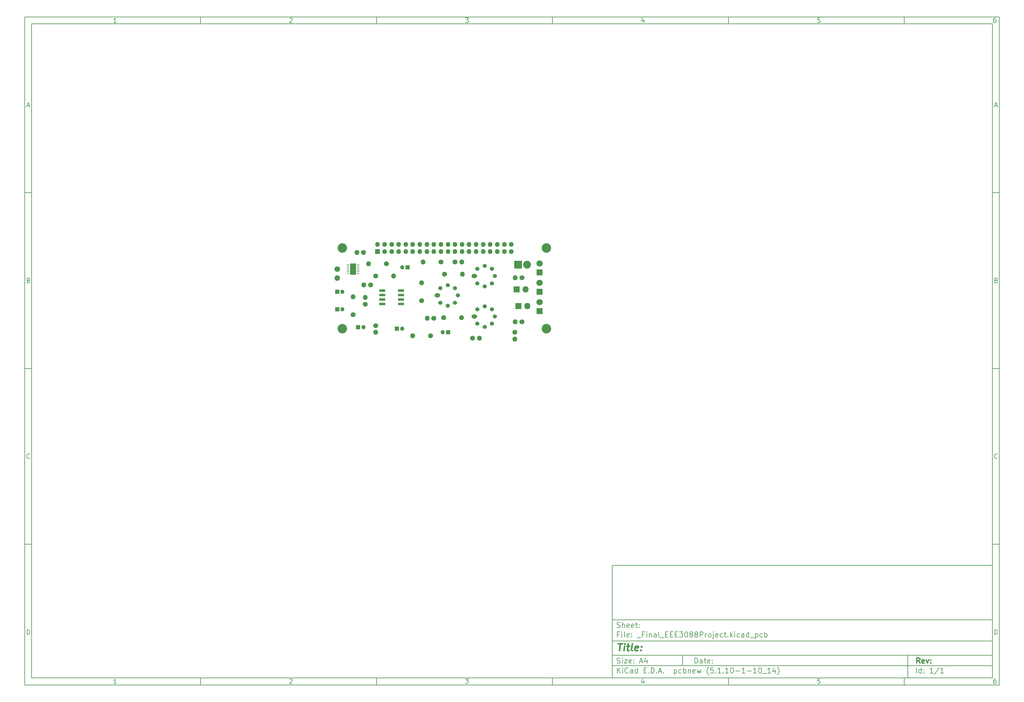
<source format=gbr>
%TF.GenerationSoftware,KiCad,Pcbnew,(5.1.10-1-10_14)*%
%TF.CreationDate,2021-06-17T20:45:02+02:00*%
%TF.ProjectId,_Final_EEE3088Project,5f46696e-616c-45f4-9545-453330383850,rev?*%
%TF.SameCoordinates,Original*%
%TF.FileFunction,Soldermask,Top*%
%TF.FilePolarity,Negative*%
%FSLAX46Y46*%
G04 Gerber Fmt 4.6, Leading zero omitted, Abs format (unit mm)*
G04 Created by KiCad (PCBNEW (5.1.10-1-10_14)) date 2021-06-17 20:45:02*
%MOMM*%
%LPD*%
G01*
G04 APERTURE LIST*
%ADD10C,0.100000*%
%ADD11C,0.150000*%
%ADD12C,0.300000*%
%ADD13C,0.400000*%
%ADD14O,1.400000X1.400000*%
%ADD15C,1.400000*%
%ADD16R,0.700000X0.250000*%
%ADD17R,1.700000X3.300000*%
%ADD18C,1.200000*%
%ADD19R,1.200000X1.200000*%
%ADD20R,2.240000X2.240000*%
%ADD21O,2.240000X2.240000*%
%ADD22R,1.800000X1.800000*%
%ADD23O,1.800000X1.800000*%
%ADD24C,2.700000*%
%ADD25R,1.350000X1.350000*%
%ADD26O,1.350000X1.350000*%
%ADD27C,1.600000*%
%ADD28O,1.600000X1.600000*%
%ADD29C,1.800000*%
%ADD30O,1.600000X1.200000*%
%ADD31O,1.200000X1.200000*%
%ADD32R,1.800000X0.800000*%
G04 APERTURE END LIST*
D10*
D11*
X177002200Y-166007200D02*
X177002200Y-198007200D01*
X285002200Y-198007200D01*
X285002200Y-166007200D01*
X177002200Y-166007200D01*
D10*
D11*
X10000000Y-10000000D02*
X10000000Y-200007200D01*
X287002200Y-200007200D01*
X287002200Y-10000000D01*
X10000000Y-10000000D01*
D10*
D11*
X12000000Y-12000000D02*
X12000000Y-198007200D01*
X285002200Y-198007200D01*
X285002200Y-12000000D01*
X12000000Y-12000000D01*
D10*
D11*
X60000000Y-12000000D02*
X60000000Y-10000000D01*
D10*
D11*
X110000000Y-12000000D02*
X110000000Y-10000000D01*
D10*
D11*
X160000000Y-12000000D02*
X160000000Y-10000000D01*
D10*
D11*
X210000000Y-12000000D02*
X210000000Y-10000000D01*
D10*
D11*
X260000000Y-12000000D02*
X260000000Y-10000000D01*
D10*
D11*
X36065476Y-11588095D02*
X35322619Y-11588095D01*
X35694047Y-11588095D02*
X35694047Y-10288095D01*
X35570238Y-10473809D01*
X35446428Y-10597619D01*
X35322619Y-10659523D01*
D10*
D11*
X85322619Y-10411904D02*
X85384523Y-10350000D01*
X85508333Y-10288095D01*
X85817857Y-10288095D01*
X85941666Y-10350000D01*
X86003571Y-10411904D01*
X86065476Y-10535714D01*
X86065476Y-10659523D01*
X86003571Y-10845238D01*
X85260714Y-11588095D01*
X86065476Y-11588095D01*
D10*
D11*
X135260714Y-10288095D02*
X136065476Y-10288095D01*
X135632142Y-10783333D01*
X135817857Y-10783333D01*
X135941666Y-10845238D01*
X136003571Y-10907142D01*
X136065476Y-11030952D01*
X136065476Y-11340476D01*
X136003571Y-11464285D01*
X135941666Y-11526190D01*
X135817857Y-11588095D01*
X135446428Y-11588095D01*
X135322619Y-11526190D01*
X135260714Y-11464285D01*
D10*
D11*
X185941666Y-10721428D02*
X185941666Y-11588095D01*
X185632142Y-10226190D02*
X185322619Y-11154761D01*
X186127380Y-11154761D01*
D10*
D11*
X236003571Y-10288095D02*
X235384523Y-10288095D01*
X235322619Y-10907142D01*
X235384523Y-10845238D01*
X235508333Y-10783333D01*
X235817857Y-10783333D01*
X235941666Y-10845238D01*
X236003571Y-10907142D01*
X236065476Y-11030952D01*
X236065476Y-11340476D01*
X236003571Y-11464285D01*
X235941666Y-11526190D01*
X235817857Y-11588095D01*
X235508333Y-11588095D01*
X235384523Y-11526190D01*
X235322619Y-11464285D01*
D10*
D11*
X285941666Y-10288095D02*
X285694047Y-10288095D01*
X285570238Y-10350000D01*
X285508333Y-10411904D01*
X285384523Y-10597619D01*
X285322619Y-10845238D01*
X285322619Y-11340476D01*
X285384523Y-11464285D01*
X285446428Y-11526190D01*
X285570238Y-11588095D01*
X285817857Y-11588095D01*
X285941666Y-11526190D01*
X286003571Y-11464285D01*
X286065476Y-11340476D01*
X286065476Y-11030952D01*
X286003571Y-10907142D01*
X285941666Y-10845238D01*
X285817857Y-10783333D01*
X285570238Y-10783333D01*
X285446428Y-10845238D01*
X285384523Y-10907142D01*
X285322619Y-11030952D01*
D10*
D11*
X60000000Y-198007200D02*
X60000000Y-200007200D01*
D10*
D11*
X110000000Y-198007200D02*
X110000000Y-200007200D01*
D10*
D11*
X160000000Y-198007200D02*
X160000000Y-200007200D01*
D10*
D11*
X210000000Y-198007200D02*
X210000000Y-200007200D01*
D10*
D11*
X260000000Y-198007200D02*
X260000000Y-200007200D01*
D10*
D11*
X36065476Y-199595295D02*
X35322619Y-199595295D01*
X35694047Y-199595295D02*
X35694047Y-198295295D01*
X35570238Y-198481009D01*
X35446428Y-198604819D01*
X35322619Y-198666723D01*
D10*
D11*
X85322619Y-198419104D02*
X85384523Y-198357200D01*
X85508333Y-198295295D01*
X85817857Y-198295295D01*
X85941666Y-198357200D01*
X86003571Y-198419104D01*
X86065476Y-198542914D01*
X86065476Y-198666723D01*
X86003571Y-198852438D01*
X85260714Y-199595295D01*
X86065476Y-199595295D01*
D10*
D11*
X135260714Y-198295295D02*
X136065476Y-198295295D01*
X135632142Y-198790533D01*
X135817857Y-198790533D01*
X135941666Y-198852438D01*
X136003571Y-198914342D01*
X136065476Y-199038152D01*
X136065476Y-199347676D01*
X136003571Y-199471485D01*
X135941666Y-199533390D01*
X135817857Y-199595295D01*
X135446428Y-199595295D01*
X135322619Y-199533390D01*
X135260714Y-199471485D01*
D10*
D11*
X185941666Y-198728628D02*
X185941666Y-199595295D01*
X185632142Y-198233390D02*
X185322619Y-199161961D01*
X186127380Y-199161961D01*
D10*
D11*
X236003571Y-198295295D02*
X235384523Y-198295295D01*
X235322619Y-198914342D01*
X235384523Y-198852438D01*
X235508333Y-198790533D01*
X235817857Y-198790533D01*
X235941666Y-198852438D01*
X236003571Y-198914342D01*
X236065476Y-199038152D01*
X236065476Y-199347676D01*
X236003571Y-199471485D01*
X235941666Y-199533390D01*
X235817857Y-199595295D01*
X235508333Y-199595295D01*
X235384523Y-199533390D01*
X235322619Y-199471485D01*
D10*
D11*
X285941666Y-198295295D02*
X285694047Y-198295295D01*
X285570238Y-198357200D01*
X285508333Y-198419104D01*
X285384523Y-198604819D01*
X285322619Y-198852438D01*
X285322619Y-199347676D01*
X285384523Y-199471485D01*
X285446428Y-199533390D01*
X285570238Y-199595295D01*
X285817857Y-199595295D01*
X285941666Y-199533390D01*
X286003571Y-199471485D01*
X286065476Y-199347676D01*
X286065476Y-199038152D01*
X286003571Y-198914342D01*
X285941666Y-198852438D01*
X285817857Y-198790533D01*
X285570238Y-198790533D01*
X285446428Y-198852438D01*
X285384523Y-198914342D01*
X285322619Y-199038152D01*
D10*
D11*
X10000000Y-60000000D02*
X12000000Y-60000000D01*
D10*
D11*
X10000000Y-110000000D02*
X12000000Y-110000000D01*
D10*
D11*
X10000000Y-160000000D02*
X12000000Y-160000000D01*
D10*
D11*
X10690476Y-35216666D02*
X11309523Y-35216666D01*
X10566666Y-35588095D02*
X11000000Y-34288095D01*
X11433333Y-35588095D01*
D10*
D11*
X11092857Y-84907142D02*
X11278571Y-84969047D01*
X11340476Y-85030952D01*
X11402380Y-85154761D01*
X11402380Y-85340476D01*
X11340476Y-85464285D01*
X11278571Y-85526190D01*
X11154761Y-85588095D01*
X10659523Y-85588095D01*
X10659523Y-84288095D01*
X11092857Y-84288095D01*
X11216666Y-84350000D01*
X11278571Y-84411904D01*
X11340476Y-84535714D01*
X11340476Y-84659523D01*
X11278571Y-84783333D01*
X11216666Y-84845238D01*
X11092857Y-84907142D01*
X10659523Y-84907142D01*
D10*
D11*
X11402380Y-135464285D02*
X11340476Y-135526190D01*
X11154761Y-135588095D01*
X11030952Y-135588095D01*
X10845238Y-135526190D01*
X10721428Y-135402380D01*
X10659523Y-135278571D01*
X10597619Y-135030952D01*
X10597619Y-134845238D01*
X10659523Y-134597619D01*
X10721428Y-134473809D01*
X10845238Y-134350000D01*
X11030952Y-134288095D01*
X11154761Y-134288095D01*
X11340476Y-134350000D01*
X11402380Y-134411904D01*
D10*
D11*
X10659523Y-185588095D02*
X10659523Y-184288095D01*
X10969047Y-184288095D01*
X11154761Y-184350000D01*
X11278571Y-184473809D01*
X11340476Y-184597619D01*
X11402380Y-184845238D01*
X11402380Y-185030952D01*
X11340476Y-185278571D01*
X11278571Y-185402380D01*
X11154761Y-185526190D01*
X10969047Y-185588095D01*
X10659523Y-185588095D01*
D10*
D11*
X287002200Y-60000000D02*
X285002200Y-60000000D01*
D10*
D11*
X287002200Y-110000000D02*
X285002200Y-110000000D01*
D10*
D11*
X287002200Y-160000000D02*
X285002200Y-160000000D01*
D10*
D11*
X285692676Y-35216666D02*
X286311723Y-35216666D01*
X285568866Y-35588095D02*
X286002200Y-34288095D01*
X286435533Y-35588095D01*
D10*
D11*
X286095057Y-84907142D02*
X286280771Y-84969047D01*
X286342676Y-85030952D01*
X286404580Y-85154761D01*
X286404580Y-85340476D01*
X286342676Y-85464285D01*
X286280771Y-85526190D01*
X286156961Y-85588095D01*
X285661723Y-85588095D01*
X285661723Y-84288095D01*
X286095057Y-84288095D01*
X286218866Y-84350000D01*
X286280771Y-84411904D01*
X286342676Y-84535714D01*
X286342676Y-84659523D01*
X286280771Y-84783333D01*
X286218866Y-84845238D01*
X286095057Y-84907142D01*
X285661723Y-84907142D01*
D10*
D11*
X286404580Y-135464285D02*
X286342676Y-135526190D01*
X286156961Y-135588095D01*
X286033152Y-135588095D01*
X285847438Y-135526190D01*
X285723628Y-135402380D01*
X285661723Y-135278571D01*
X285599819Y-135030952D01*
X285599819Y-134845238D01*
X285661723Y-134597619D01*
X285723628Y-134473809D01*
X285847438Y-134350000D01*
X286033152Y-134288095D01*
X286156961Y-134288095D01*
X286342676Y-134350000D01*
X286404580Y-134411904D01*
D10*
D11*
X285661723Y-185588095D02*
X285661723Y-184288095D01*
X285971247Y-184288095D01*
X286156961Y-184350000D01*
X286280771Y-184473809D01*
X286342676Y-184597619D01*
X286404580Y-184845238D01*
X286404580Y-185030952D01*
X286342676Y-185278571D01*
X286280771Y-185402380D01*
X286156961Y-185526190D01*
X285971247Y-185588095D01*
X285661723Y-185588095D01*
D10*
D11*
X200434342Y-193785771D02*
X200434342Y-192285771D01*
X200791485Y-192285771D01*
X201005771Y-192357200D01*
X201148628Y-192500057D01*
X201220057Y-192642914D01*
X201291485Y-192928628D01*
X201291485Y-193142914D01*
X201220057Y-193428628D01*
X201148628Y-193571485D01*
X201005771Y-193714342D01*
X200791485Y-193785771D01*
X200434342Y-193785771D01*
X202577200Y-193785771D02*
X202577200Y-193000057D01*
X202505771Y-192857200D01*
X202362914Y-192785771D01*
X202077200Y-192785771D01*
X201934342Y-192857200D01*
X202577200Y-193714342D02*
X202434342Y-193785771D01*
X202077200Y-193785771D01*
X201934342Y-193714342D01*
X201862914Y-193571485D01*
X201862914Y-193428628D01*
X201934342Y-193285771D01*
X202077200Y-193214342D01*
X202434342Y-193214342D01*
X202577200Y-193142914D01*
X203077200Y-192785771D02*
X203648628Y-192785771D01*
X203291485Y-192285771D02*
X203291485Y-193571485D01*
X203362914Y-193714342D01*
X203505771Y-193785771D01*
X203648628Y-193785771D01*
X204720057Y-193714342D02*
X204577200Y-193785771D01*
X204291485Y-193785771D01*
X204148628Y-193714342D01*
X204077200Y-193571485D01*
X204077200Y-193000057D01*
X204148628Y-192857200D01*
X204291485Y-192785771D01*
X204577200Y-192785771D01*
X204720057Y-192857200D01*
X204791485Y-193000057D01*
X204791485Y-193142914D01*
X204077200Y-193285771D01*
X205434342Y-193642914D02*
X205505771Y-193714342D01*
X205434342Y-193785771D01*
X205362914Y-193714342D01*
X205434342Y-193642914D01*
X205434342Y-193785771D01*
X205434342Y-192857200D02*
X205505771Y-192928628D01*
X205434342Y-193000057D01*
X205362914Y-192928628D01*
X205434342Y-192857200D01*
X205434342Y-193000057D01*
D10*
D11*
X177002200Y-194507200D02*
X285002200Y-194507200D01*
D10*
D11*
X178434342Y-196585771D02*
X178434342Y-195085771D01*
X179291485Y-196585771D02*
X178648628Y-195728628D01*
X179291485Y-195085771D02*
X178434342Y-195942914D01*
X179934342Y-196585771D02*
X179934342Y-195585771D01*
X179934342Y-195085771D02*
X179862914Y-195157200D01*
X179934342Y-195228628D01*
X180005771Y-195157200D01*
X179934342Y-195085771D01*
X179934342Y-195228628D01*
X181505771Y-196442914D02*
X181434342Y-196514342D01*
X181220057Y-196585771D01*
X181077200Y-196585771D01*
X180862914Y-196514342D01*
X180720057Y-196371485D01*
X180648628Y-196228628D01*
X180577200Y-195942914D01*
X180577200Y-195728628D01*
X180648628Y-195442914D01*
X180720057Y-195300057D01*
X180862914Y-195157200D01*
X181077200Y-195085771D01*
X181220057Y-195085771D01*
X181434342Y-195157200D01*
X181505771Y-195228628D01*
X182791485Y-196585771D02*
X182791485Y-195800057D01*
X182720057Y-195657200D01*
X182577200Y-195585771D01*
X182291485Y-195585771D01*
X182148628Y-195657200D01*
X182791485Y-196514342D02*
X182648628Y-196585771D01*
X182291485Y-196585771D01*
X182148628Y-196514342D01*
X182077200Y-196371485D01*
X182077200Y-196228628D01*
X182148628Y-196085771D01*
X182291485Y-196014342D01*
X182648628Y-196014342D01*
X182791485Y-195942914D01*
X184148628Y-196585771D02*
X184148628Y-195085771D01*
X184148628Y-196514342D02*
X184005771Y-196585771D01*
X183720057Y-196585771D01*
X183577200Y-196514342D01*
X183505771Y-196442914D01*
X183434342Y-196300057D01*
X183434342Y-195871485D01*
X183505771Y-195728628D01*
X183577200Y-195657200D01*
X183720057Y-195585771D01*
X184005771Y-195585771D01*
X184148628Y-195657200D01*
X186005771Y-195800057D02*
X186505771Y-195800057D01*
X186720057Y-196585771D02*
X186005771Y-196585771D01*
X186005771Y-195085771D01*
X186720057Y-195085771D01*
X187362914Y-196442914D02*
X187434342Y-196514342D01*
X187362914Y-196585771D01*
X187291485Y-196514342D01*
X187362914Y-196442914D01*
X187362914Y-196585771D01*
X188077200Y-196585771D02*
X188077200Y-195085771D01*
X188434342Y-195085771D01*
X188648628Y-195157200D01*
X188791485Y-195300057D01*
X188862914Y-195442914D01*
X188934342Y-195728628D01*
X188934342Y-195942914D01*
X188862914Y-196228628D01*
X188791485Y-196371485D01*
X188648628Y-196514342D01*
X188434342Y-196585771D01*
X188077200Y-196585771D01*
X189577200Y-196442914D02*
X189648628Y-196514342D01*
X189577200Y-196585771D01*
X189505771Y-196514342D01*
X189577200Y-196442914D01*
X189577200Y-196585771D01*
X190220057Y-196157200D02*
X190934342Y-196157200D01*
X190077200Y-196585771D02*
X190577200Y-195085771D01*
X191077200Y-196585771D01*
X191577200Y-196442914D02*
X191648628Y-196514342D01*
X191577200Y-196585771D01*
X191505771Y-196514342D01*
X191577200Y-196442914D01*
X191577200Y-196585771D01*
X194577200Y-195585771D02*
X194577200Y-197085771D01*
X194577200Y-195657200D02*
X194720057Y-195585771D01*
X195005771Y-195585771D01*
X195148628Y-195657200D01*
X195220057Y-195728628D01*
X195291485Y-195871485D01*
X195291485Y-196300057D01*
X195220057Y-196442914D01*
X195148628Y-196514342D01*
X195005771Y-196585771D01*
X194720057Y-196585771D01*
X194577200Y-196514342D01*
X196577200Y-196514342D02*
X196434342Y-196585771D01*
X196148628Y-196585771D01*
X196005771Y-196514342D01*
X195934342Y-196442914D01*
X195862914Y-196300057D01*
X195862914Y-195871485D01*
X195934342Y-195728628D01*
X196005771Y-195657200D01*
X196148628Y-195585771D01*
X196434342Y-195585771D01*
X196577200Y-195657200D01*
X197220057Y-196585771D02*
X197220057Y-195085771D01*
X197220057Y-195657200D02*
X197362914Y-195585771D01*
X197648628Y-195585771D01*
X197791485Y-195657200D01*
X197862914Y-195728628D01*
X197934342Y-195871485D01*
X197934342Y-196300057D01*
X197862914Y-196442914D01*
X197791485Y-196514342D01*
X197648628Y-196585771D01*
X197362914Y-196585771D01*
X197220057Y-196514342D01*
X198577200Y-195585771D02*
X198577200Y-196585771D01*
X198577200Y-195728628D02*
X198648628Y-195657200D01*
X198791485Y-195585771D01*
X199005771Y-195585771D01*
X199148628Y-195657200D01*
X199220057Y-195800057D01*
X199220057Y-196585771D01*
X200505771Y-196514342D02*
X200362914Y-196585771D01*
X200077200Y-196585771D01*
X199934342Y-196514342D01*
X199862914Y-196371485D01*
X199862914Y-195800057D01*
X199934342Y-195657200D01*
X200077200Y-195585771D01*
X200362914Y-195585771D01*
X200505771Y-195657200D01*
X200577200Y-195800057D01*
X200577200Y-195942914D01*
X199862914Y-196085771D01*
X201077200Y-195585771D02*
X201362914Y-196585771D01*
X201648628Y-195871485D01*
X201934342Y-196585771D01*
X202220057Y-195585771D01*
X204362914Y-197157200D02*
X204291485Y-197085771D01*
X204148628Y-196871485D01*
X204077200Y-196728628D01*
X204005771Y-196514342D01*
X203934342Y-196157200D01*
X203934342Y-195871485D01*
X204005771Y-195514342D01*
X204077200Y-195300057D01*
X204148628Y-195157200D01*
X204291485Y-194942914D01*
X204362914Y-194871485D01*
X205648628Y-195085771D02*
X204934342Y-195085771D01*
X204862914Y-195800057D01*
X204934342Y-195728628D01*
X205077200Y-195657200D01*
X205434342Y-195657200D01*
X205577200Y-195728628D01*
X205648628Y-195800057D01*
X205720057Y-195942914D01*
X205720057Y-196300057D01*
X205648628Y-196442914D01*
X205577200Y-196514342D01*
X205434342Y-196585771D01*
X205077200Y-196585771D01*
X204934342Y-196514342D01*
X204862914Y-196442914D01*
X206362914Y-196442914D02*
X206434342Y-196514342D01*
X206362914Y-196585771D01*
X206291485Y-196514342D01*
X206362914Y-196442914D01*
X206362914Y-196585771D01*
X207862914Y-196585771D02*
X207005771Y-196585771D01*
X207434342Y-196585771D02*
X207434342Y-195085771D01*
X207291485Y-195300057D01*
X207148628Y-195442914D01*
X207005771Y-195514342D01*
X208505771Y-196442914D02*
X208577200Y-196514342D01*
X208505771Y-196585771D01*
X208434342Y-196514342D01*
X208505771Y-196442914D01*
X208505771Y-196585771D01*
X210005771Y-196585771D02*
X209148628Y-196585771D01*
X209577200Y-196585771D02*
X209577200Y-195085771D01*
X209434342Y-195300057D01*
X209291485Y-195442914D01*
X209148628Y-195514342D01*
X210934342Y-195085771D02*
X211077200Y-195085771D01*
X211220057Y-195157200D01*
X211291485Y-195228628D01*
X211362914Y-195371485D01*
X211434342Y-195657200D01*
X211434342Y-196014342D01*
X211362914Y-196300057D01*
X211291485Y-196442914D01*
X211220057Y-196514342D01*
X211077200Y-196585771D01*
X210934342Y-196585771D01*
X210791485Y-196514342D01*
X210720057Y-196442914D01*
X210648628Y-196300057D01*
X210577200Y-196014342D01*
X210577200Y-195657200D01*
X210648628Y-195371485D01*
X210720057Y-195228628D01*
X210791485Y-195157200D01*
X210934342Y-195085771D01*
X212077200Y-196014342D02*
X213220057Y-196014342D01*
X214720057Y-196585771D02*
X213862914Y-196585771D01*
X214291485Y-196585771D02*
X214291485Y-195085771D01*
X214148628Y-195300057D01*
X214005771Y-195442914D01*
X213862914Y-195514342D01*
X215362914Y-196014342D02*
X216505771Y-196014342D01*
X218005771Y-196585771D02*
X217148628Y-196585771D01*
X217577200Y-196585771D02*
X217577200Y-195085771D01*
X217434342Y-195300057D01*
X217291485Y-195442914D01*
X217148628Y-195514342D01*
X218934342Y-195085771D02*
X219077200Y-195085771D01*
X219220057Y-195157200D01*
X219291485Y-195228628D01*
X219362914Y-195371485D01*
X219434342Y-195657200D01*
X219434342Y-196014342D01*
X219362914Y-196300057D01*
X219291485Y-196442914D01*
X219220057Y-196514342D01*
X219077200Y-196585771D01*
X218934342Y-196585771D01*
X218791485Y-196514342D01*
X218720057Y-196442914D01*
X218648628Y-196300057D01*
X218577200Y-196014342D01*
X218577200Y-195657200D01*
X218648628Y-195371485D01*
X218720057Y-195228628D01*
X218791485Y-195157200D01*
X218934342Y-195085771D01*
X219720057Y-196728628D02*
X220862914Y-196728628D01*
X222005771Y-196585771D02*
X221148628Y-196585771D01*
X221577200Y-196585771D02*
X221577200Y-195085771D01*
X221434342Y-195300057D01*
X221291485Y-195442914D01*
X221148628Y-195514342D01*
X223291485Y-195585771D02*
X223291485Y-196585771D01*
X222934342Y-195014342D02*
X222577200Y-196085771D01*
X223505771Y-196085771D01*
X223934342Y-197157200D02*
X224005771Y-197085771D01*
X224148628Y-196871485D01*
X224220057Y-196728628D01*
X224291485Y-196514342D01*
X224362914Y-196157200D01*
X224362914Y-195871485D01*
X224291485Y-195514342D01*
X224220057Y-195300057D01*
X224148628Y-195157200D01*
X224005771Y-194942914D01*
X223934342Y-194871485D01*
D10*
D11*
X177002200Y-191507200D02*
X285002200Y-191507200D01*
D10*
D12*
X264411485Y-193785771D02*
X263911485Y-193071485D01*
X263554342Y-193785771D02*
X263554342Y-192285771D01*
X264125771Y-192285771D01*
X264268628Y-192357200D01*
X264340057Y-192428628D01*
X264411485Y-192571485D01*
X264411485Y-192785771D01*
X264340057Y-192928628D01*
X264268628Y-193000057D01*
X264125771Y-193071485D01*
X263554342Y-193071485D01*
X265625771Y-193714342D02*
X265482914Y-193785771D01*
X265197200Y-193785771D01*
X265054342Y-193714342D01*
X264982914Y-193571485D01*
X264982914Y-193000057D01*
X265054342Y-192857200D01*
X265197200Y-192785771D01*
X265482914Y-192785771D01*
X265625771Y-192857200D01*
X265697200Y-193000057D01*
X265697200Y-193142914D01*
X264982914Y-193285771D01*
X266197200Y-192785771D02*
X266554342Y-193785771D01*
X266911485Y-192785771D01*
X267482914Y-193642914D02*
X267554342Y-193714342D01*
X267482914Y-193785771D01*
X267411485Y-193714342D01*
X267482914Y-193642914D01*
X267482914Y-193785771D01*
X267482914Y-192857200D02*
X267554342Y-192928628D01*
X267482914Y-193000057D01*
X267411485Y-192928628D01*
X267482914Y-192857200D01*
X267482914Y-193000057D01*
D10*
D11*
X178362914Y-193714342D02*
X178577200Y-193785771D01*
X178934342Y-193785771D01*
X179077200Y-193714342D01*
X179148628Y-193642914D01*
X179220057Y-193500057D01*
X179220057Y-193357200D01*
X179148628Y-193214342D01*
X179077200Y-193142914D01*
X178934342Y-193071485D01*
X178648628Y-193000057D01*
X178505771Y-192928628D01*
X178434342Y-192857200D01*
X178362914Y-192714342D01*
X178362914Y-192571485D01*
X178434342Y-192428628D01*
X178505771Y-192357200D01*
X178648628Y-192285771D01*
X179005771Y-192285771D01*
X179220057Y-192357200D01*
X179862914Y-193785771D02*
X179862914Y-192785771D01*
X179862914Y-192285771D02*
X179791485Y-192357200D01*
X179862914Y-192428628D01*
X179934342Y-192357200D01*
X179862914Y-192285771D01*
X179862914Y-192428628D01*
X180434342Y-192785771D02*
X181220057Y-192785771D01*
X180434342Y-193785771D01*
X181220057Y-193785771D01*
X182362914Y-193714342D02*
X182220057Y-193785771D01*
X181934342Y-193785771D01*
X181791485Y-193714342D01*
X181720057Y-193571485D01*
X181720057Y-193000057D01*
X181791485Y-192857200D01*
X181934342Y-192785771D01*
X182220057Y-192785771D01*
X182362914Y-192857200D01*
X182434342Y-193000057D01*
X182434342Y-193142914D01*
X181720057Y-193285771D01*
X183077200Y-193642914D02*
X183148628Y-193714342D01*
X183077200Y-193785771D01*
X183005771Y-193714342D01*
X183077200Y-193642914D01*
X183077200Y-193785771D01*
X183077200Y-192857200D02*
X183148628Y-192928628D01*
X183077200Y-193000057D01*
X183005771Y-192928628D01*
X183077200Y-192857200D01*
X183077200Y-193000057D01*
X184862914Y-193357200D02*
X185577200Y-193357200D01*
X184720057Y-193785771D02*
X185220057Y-192285771D01*
X185720057Y-193785771D01*
X186862914Y-192785771D02*
X186862914Y-193785771D01*
X186505771Y-192214342D02*
X186148628Y-193285771D01*
X187077200Y-193285771D01*
D10*
D11*
X263434342Y-196585771D02*
X263434342Y-195085771D01*
X264791485Y-196585771D02*
X264791485Y-195085771D01*
X264791485Y-196514342D02*
X264648628Y-196585771D01*
X264362914Y-196585771D01*
X264220057Y-196514342D01*
X264148628Y-196442914D01*
X264077200Y-196300057D01*
X264077200Y-195871485D01*
X264148628Y-195728628D01*
X264220057Y-195657200D01*
X264362914Y-195585771D01*
X264648628Y-195585771D01*
X264791485Y-195657200D01*
X265505771Y-196442914D02*
X265577200Y-196514342D01*
X265505771Y-196585771D01*
X265434342Y-196514342D01*
X265505771Y-196442914D01*
X265505771Y-196585771D01*
X265505771Y-195657200D02*
X265577200Y-195728628D01*
X265505771Y-195800057D01*
X265434342Y-195728628D01*
X265505771Y-195657200D01*
X265505771Y-195800057D01*
X268148628Y-196585771D02*
X267291485Y-196585771D01*
X267720057Y-196585771D02*
X267720057Y-195085771D01*
X267577200Y-195300057D01*
X267434342Y-195442914D01*
X267291485Y-195514342D01*
X269862914Y-195014342D02*
X268577200Y-196942914D01*
X271148628Y-196585771D02*
X270291485Y-196585771D01*
X270720057Y-196585771D02*
X270720057Y-195085771D01*
X270577200Y-195300057D01*
X270434342Y-195442914D01*
X270291485Y-195514342D01*
D10*
D11*
X177002200Y-187507200D02*
X285002200Y-187507200D01*
D10*
D13*
X178714580Y-188211961D02*
X179857438Y-188211961D01*
X179036009Y-190211961D02*
X179286009Y-188211961D01*
X180274104Y-190211961D02*
X180440771Y-188878628D01*
X180524104Y-188211961D02*
X180416961Y-188307200D01*
X180500295Y-188402438D01*
X180607438Y-188307200D01*
X180524104Y-188211961D01*
X180500295Y-188402438D01*
X181107438Y-188878628D02*
X181869342Y-188878628D01*
X181476485Y-188211961D02*
X181262200Y-189926247D01*
X181333628Y-190116723D01*
X181512200Y-190211961D01*
X181702676Y-190211961D01*
X182655057Y-190211961D02*
X182476485Y-190116723D01*
X182405057Y-189926247D01*
X182619342Y-188211961D01*
X184190771Y-190116723D02*
X183988390Y-190211961D01*
X183607438Y-190211961D01*
X183428866Y-190116723D01*
X183357438Y-189926247D01*
X183452676Y-189164342D01*
X183571723Y-188973866D01*
X183774104Y-188878628D01*
X184155057Y-188878628D01*
X184333628Y-188973866D01*
X184405057Y-189164342D01*
X184381247Y-189354819D01*
X183405057Y-189545295D01*
X185155057Y-190021485D02*
X185238390Y-190116723D01*
X185131247Y-190211961D01*
X185047914Y-190116723D01*
X185155057Y-190021485D01*
X185131247Y-190211961D01*
X185286009Y-188973866D02*
X185369342Y-189069104D01*
X185262200Y-189164342D01*
X185178866Y-189069104D01*
X185286009Y-188973866D01*
X185262200Y-189164342D01*
D10*
D11*
X178934342Y-185600057D02*
X178434342Y-185600057D01*
X178434342Y-186385771D02*
X178434342Y-184885771D01*
X179148628Y-184885771D01*
X179720057Y-186385771D02*
X179720057Y-185385771D01*
X179720057Y-184885771D02*
X179648628Y-184957200D01*
X179720057Y-185028628D01*
X179791485Y-184957200D01*
X179720057Y-184885771D01*
X179720057Y-185028628D01*
X180648628Y-186385771D02*
X180505771Y-186314342D01*
X180434342Y-186171485D01*
X180434342Y-184885771D01*
X181791485Y-186314342D02*
X181648628Y-186385771D01*
X181362914Y-186385771D01*
X181220057Y-186314342D01*
X181148628Y-186171485D01*
X181148628Y-185600057D01*
X181220057Y-185457200D01*
X181362914Y-185385771D01*
X181648628Y-185385771D01*
X181791485Y-185457200D01*
X181862914Y-185600057D01*
X181862914Y-185742914D01*
X181148628Y-185885771D01*
X182505771Y-186242914D02*
X182577200Y-186314342D01*
X182505771Y-186385771D01*
X182434342Y-186314342D01*
X182505771Y-186242914D01*
X182505771Y-186385771D01*
X182505771Y-185457200D02*
X182577200Y-185528628D01*
X182505771Y-185600057D01*
X182434342Y-185528628D01*
X182505771Y-185457200D01*
X182505771Y-185600057D01*
X184005771Y-186528628D02*
X185148628Y-186528628D01*
X186005771Y-185600057D02*
X185505771Y-185600057D01*
X185505771Y-186385771D02*
X185505771Y-184885771D01*
X186220057Y-184885771D01*
X186791485Y-186385771D02*
X186791485Y-185385771D01*
X186791485Y-184885771D02*
X186720057Y-184957200D01*
X186791485Y-185028628D01*
X186862914Y-184957200D01*
X186791485Y-184885771D01*
X186791485Y-185028628D01*
X187505771Y-185385771D02*
X187505771Y-186385771D01*
X187505771Y-185528628D02*
X187577200Y-185457200D01*
X187720057Y-185385771D01*
X187934342Y-185385771D01*
X188077200Y-185457200D01*
X188148628Y-185600057D01*
X188148628Y-186385771D01*
X189505771Y-186385771D02*
X189505771Y-185600057D01*
X189434342Y-185457200D01*
X189291485Y-185385771D01*
X189005771Y-185385771D01*
X188862914Y-185457200D01*
X189505771Y-186314342D02*
X189362914Y-186385771D01*
X189005771Y-186385771D01*
X188862914Y-186314342D01*
X188791485Y-186171485D01*
X188791485Y-186028628D01*
X188862914Y-185885771D01*
X189005771Y-185814342D01*
X189362914Y-185814342D01*
X189505771Y-185742914D01*
X190434342Y-186385771D02*
X190291485Y-186314342D01*
X190220057Y-186171485D01*
X190220057Y-184885771D01*
X190648628Y-186528628D02*
X191791485Y-186528628D01*
X192148628Y-185600057D02*
X192648628Y-185600057D01*
X192862914Y-186385771D02*
X192148628Y-186385771D01*
X192148628Y-184885771D01*
X192862914Y-184885771D01*
X193505771Y-185600057D02*
X194005771Y-185600057D01*
X194220057Y-186385771D02*
X193505771Y-186385771D01*
X193505771Y-184885771D01*
X194220057Y-184885771D01*
X194862914Y-185600057D02*
X195362914Y-185600057D01*
X195577200Y-186385771D02*
X194862914Y-186385771D01*
X194862914Y-184885771D01*
X195577200Y-184885771D01*
X196077200Y-184885771D02*
X197005771Y-184885771D01*
X196505771Y-185457200D01*
X196720057Y-185457200D01*
X196862914Y-185528628D01*
X196934342Y-185600057D01*
X197005771Y-185742914D01*
X197005771Y-186100057D01*
X196934342Y-186242914D01*
X196862914Y-186314342D01*
X196720057Y-186385771D01*
X196291485Y-186385771D01*
X196148628Y-186314342D01*
X196077200Y-186242914D01*
X197934342Y-184885771D02*
X198077200Y-184885771D01*
X198220057Y-184957200D01*
X198291485Y-185028628D01*
X198362914Y-185171485D01*
X198434342Y-185457200D01*
X198434342Y-185814342D01*
X198362914Y-186100057D01*
X198291485Y-186242914D01*
X198220057Y-186314342D01*
X198077200Y-186385771D01*
X197934342Y-186385771D01*
X197791485Y-186314342D01*
X197720057Y-186242914D01*
X197648628Y-186100057D01*
X197577200Y-185814342D01*
X197577200Y-185457200D01*
X197648628Y-185171485D01*
X197720057Y-185028628D01*
X197791485Y-184957200D01*
X197934342Y-184885771D01*
X199291485Y-185528628D02*
X199148628Y-185457200D01*
X199077200Y-185385771D01*
X199005771Y-185242914D01*
X199005771Y-185171485D01*
X199077200Y-185028628D01*
X199148628Y-184957200D01*
X199291485Y-184885771D01*
X199577200Y-184885771D01*
X199720057Y-184957200D01*
X199791485Y-185028628D01*
X199862914Y-185171485D01*
X199862914Y-185242914D01*
X199791485Y-185385771D01*
X199720057Y-185457200D01*
X199577200Y-185528628D01*
X199291485Y-185528628D01*
X199148628Y-185600057D01*
X199077200Y-185671485D01*
X199005771Y-185814342D01*
X199005771Y-186100057D01*
X199077200Y-186242914D01*
X199148628Y-186314342D01*
X199291485Y-186385771D01*
X199577200Y-186385771D01*
X199720057Y-186314342D01*
X199791485Y-186242914D01*
X199862914Y-186100057D01*
X199862914Y-185814342D01*
X199791485Y-185671485D01*
X199720057Y-185600057D01*
X199577200Y-185528628D01*
X200720057Y-185528628D02*
X200577200Y-185457200D01*
X200505771Y-185385771D01*
X200434342Y-185242914D01*
X200434342Y-185171485D01*
X200505771Y-185028628D01*
X200577200Y-184957200D01*
X200720057Y-184885771D01*
X201005771Y-184885771D01*
X201148628Y-184957200D01*
X201220057Y-185028628D01*
X201291485Y-185171485D01*
X201291485Y-185242914D01*
X201220057Y-185385771D01*
X201148628Y-185457200D01*
X201005771Y-185528628D01*
X200720057Y-185528628D01*
X200577200Y-185600057D01*
X200505771Y-185671485D01*
X200434342Y-185814342D01*
X200434342Y-186100057D01*
X200505771Y-186242914D01*
X200577200Y-186314342D01*
X200720057Y-186385771D01*
X201005771Y-186385771D01*
X201148628Y-186314342D01*
X201220057Y-186242914D01*
X201291485Y-186100057D01*
X201291485Y-185814342D01*
X201220057Y-185671485D01*
X201148628Y-185600057D01*
X201005771Y-185528628D01*
X201934342Y-186385771D02*
X201934342Y-184885771D01*
X202505771Y-184885771D01*
X202648628Y-184957200D01*
X202720057Y-185028628D01*
X202791485Y-185171485D01*
X202791485Y-185385771D01*
X202720057Y-185528628D01*
X202648628Y-185600057D01*
X202505771Y-185671485D01*
X201934342Y-185671485D01*
X203434342Y-186385771D02*
X203434342Y-185385771D01*
X203434342Y-185671485D02*
X203505771Y-185528628D01*
X203577200Y-185457200D01*
X203720057Y-185385771D01*
X203862914Y-185385771D01*
X204577200Y-186385771D02*
X204434342Y-186314342D01*
X204362914Y-186242914D01*
X204291485Y-186100057D01*
X204291485Y-185671485D01*
X204362914Y-185528628D01*
X204434342Y-185457200D01*
X204577200Y-185385771D01*
X204791485Y-185385771D01*
X204934342Y-185457200D01*
X205005771Y-185528628D01*
X205077200Y-185671485D01*
X205077200Y-186100057D01*
X205005771Y-186242914D01*
X204934342Y-186314342D01*
X204791485Y-186385771D01*
X204577200Y-186385771D01*
X205720057Y-185385771D02*
X205720057Y-186671485D01*
X205648628Y-186814342D01*
X205505771Y-186885771D01*
X205434342Y-186885771D01*
X205720057Y-184885771D02*
X205648628Y-184957200D01*
X205720057Y-185028628D01*
X205791485Y-184957200D01*
X205720057Y-184885771D01*
X205720057Y-185028628D01*
X207005771Y-186314342D02*
X206862914Y-186385771D01*
X206577200Y-186385771D01*
X206434342Y-186314342D01*
X206362914Y-186171485D01*
X206362914Y-185600057D01*
X206434342Y-185457200D01*
X206577200Y-185385771D01*
X206862914Y-185385771D01*
X207005771Y-185457200D01*
X207077200Y-185600057D01*
X207077200Y-185742914D01*
X206362914Y-185885771D01*
X208362914Y-186314342D02*
X208220057Y-186385771D01*
X207934342Y-186385771D01*
X207791485Y-186314342D01*
X207720057Y-186242914D01*
X207648628Y-186100057D01*
X207648628Y-185671485D01*
X207720057Y-185528628D01*
X207791485Y-185457200D01*
X207934342Y-185385771D01*
X208220057Y-185385771D01*
X208362914Y-185457200D01*
X208791485Y-185385771D02*
X209362914Y-185385771D01*
X209005771Y-184885771D02*
X209005771Y-186171485D01*
X209077200Y-186314342D01*
X209220057Y-186385771D01*
X209362914Y-186385771D01*
X209862914Y-186242914D02*
X209934342Y-186314342D01*
X209862914Y-186385771D01*
X209791485Y-186314342D01*
X209862914Y-186242914D01*
X209862914Y-186385771D01*
X210577200Y-186385771D02*
X210577200Y-184885771D01*
X210720057Y-185814342D02*
X211148628Y-186385771D01*
X211148628Y-185385771D02*
X210577200Y-185957200D01*
X211791485Y-186385771D02*
X211791485Y-185385771D01*
X211791485Y-184885771D02*
X211720057Y-184957200D01*
X211791485Y-185028628D01*
X211862914Y-184957200D01*
X211791485Y-184885771D01*
X211791485Y-185028628D01*
X213148628Y-186314342D02*
X213005771Y-186385771D01*
X212720057Y-186385771D01*
X212577200Y-186314342D01*
X212505771Y-186242914D01*
X212434342Y-186100057D01*
X212434342Y-185671485D01*
X212505771Y-185528628D01*
X212577200Y-185457200D01*
X212720057Y-185385771D01*
X213005771Y-185385771D01*
X213148628Y-185457200D01*
X214434342Y-186385771D02*
X214434342Y-185600057D01*
X214362914Y-185457200D01*
X214220057Y-185385771D01*
X213934342Y-185385771D01*
X213791485Y-185457200D01*
X214434342Y-186314342D02*
X214291485Y-186385771D01*
X213934342Y-186385771D01*
X213791485Y-186314342D01*
X213720057Y-186171485D01*
X213720057Y-186028628D01*
X213791485Y-185885771D01*
X213934342Y-185814342D01*
X214291485Y-185814342D01*
X214434342Y-185742914D01*
X215791485Y-186385771D02*
X215791485Y-184885771D01*
X215791485Y-186314342D02*
X215648628Y-186385771D01*
X215362914Y-186385771D01*
X215220057Y-186314342D01*
X215148628Y-186242914D01*
X215077200Y-186100057D01*
X215077200Y-185671485D01*
X215148628Y-185528628D01*
X215220057Y-185457200D01*
X215362914Y-185385771D01*
X215648628Y-185385771D01*
X215791485Y-185457200D01*
X216148628Y-186528628D02*
X217291485Y-186528628D01*
X217648628Y-185385771D02*
X217648628Y-186885771D01*
X217648628Y-185457200D02*
X217791485Y-185385771D01*
X218077200Y-185385771D01*
X218220057Y-185457200D01*
X218291485Y-185528628D01*
X218362914Y-185671485D01*
X218362914Y-186100057D01*
X218291485Y-186242914D01*
X218220057Y-186314342D01*
X218077200Y-186385771D01*
X217791485Y-186385771D01*
X217648628Y-186314342D01*
X219648628Y-186314342D02*
X219505771Y-186385771D01*
X219220057Y-186385771D01*
X219077200Y-186314342D01*
X219005771Y-186242914D01*
X218934342Y-186100057D01*
X218934342Y-185671485D01*
X219005771Y-185528628D01*
X219077200Y-185457200D01*
X219220057Y-185385771D01*
X219505771Y-185385771D01*
X219648628Y-185457200D01*
X220291485Y-186385771D02*
X220291485Y-184885771D01*
X220291485Y-185457200D02*
X220434342Y-185385771D01*
X220720057Y-185385771D01*
X220862914Y-185457200D01*
X220934342Y-185528628D01*
X221005771Y-185671485D01*
X221005771Y-186100057D01*
X220934342Y-186242914D01*
X220862914Y-186314342D01*
X220720057Y-186385771D01*
X220434342Y-186385771D01*
X220291485Y-186314342D01*
D10*
D11*
X177002200Y-181507200D02*
X285002200Y-181507200D01*
D10*
D11*
X178362914Y-183614342D02*
X178577200Y-183685771D01*
X178934342Y-183685771D01*
X179077200Y-183614342D01*
X179148628Y-183542914D01*
X179220057Y-183400057D01*
X179220057Y-183257200D01*
X179148628Y-183114342D01*
X179077200Y-183042914D01*
X178934342Y-182971485D01*
X178648628Y-182900057D01*
X178505771Y-182828628D01*
X178434342Y-182757200D01*
X178362914Y-182614342D01*
X178362914Y-182471485D01*
X178434342Y-182328628D01*
X178505771Y-182257200D01*
X178648628Y-182185771D01*
X179005771Y-182185771D01*
X179220057Y-182257200D01*
X179862914Y-183685771D02*
X179862914Y-182185771D01*
X180505771Y-183685771D02*
X180505771Y-182900057D01*
X180434342Y-182757200D01*
X180291485Y-182685771D01*
X180077200Y-182685771D01*
X179934342Y-182757200D01*
X179862914Y-182828628D01*
X181791485Y-183614342D02*
X181648628Y-183685771D01*
X181362914Y-183685771D01*
X181220057Y-183614342D01*
X181148628Y-183471485D01*
X181148628Y-182900057D01*
X181220057Y-182757200D01*
X181362914Y-182685771D01*
X181648628Y-182685771D01*
X181791485Y-182757200D01*
X181862914Y-182900057D01*
X181862914Y-183042914D01*
X181148628Y-183185771D01*
X183077200Y-183614342D02*
X182934342Y-183685771D01*
X182648628Y-183685771D01*
X182505771Y-183614342D01*
X182434342Y-183471485D01*
X182434342Y-182900057D01*
X182505771Y-182757200D01*
X182648628Y-182685771D01*
X182934342Y-182685771D01*
X183077200Y-182757200D01*
X183148628Y-182900057D01*
X183148628Y-183042914D01*
X182434342Y-183185771D01*
X183577200Y-182685771D02*
X184148628Y-182685771D01*
X183791485Y-182185771D02*
X183791485Y-183471485D01*
X183862914Y-183614342D01*
X184005771Y-183685771D01*
X184148628Y-183685771D01*
X184648628Y-183542914D02*
X184720057Y-183614342D01*
X184648628Y-183685771D01*
X184577200Y-183614342D01*
X184648628Y-183542914D01*
X184648628Y-183685771D01*
X184648628Y-182757200D02*
X184720057Y-182828628D01*
X184648628Y-182900057D01*
X184577200Y-182828628D01*
X184648628Y-182757200D01*
X184648628Y-182900057D01*
D10*
D11*
X197002200Y-191507200D02*
X197002200Y-194507200D01*
D10*
D11*
X261002200Y-191507200D02*
X261002200Y-198007200D01*
D14*
%TO.C,R17*%
X139192000Y-101346000D03*
D15*
X137292000Y-101346000D03*
%TD*%
D14*
%TO.C,R5*%
X107720000Y-80200000D03*
D15*
X112800000Y-80200000D03*
%TD*%
%TO.C,R4*%
X109800000Y-83700000D03*
D14*
X114880000Y-83700000D03*
%TD*%
D16*
%TO.C,Buck/Boost1*%
X101850000Y-80450000D03*
X101850000Y-80950000D03*
X101850000Y-81450000D03*
X101850000Y-81950000D03*
X101850000Y-82450000D03*
X101850000Y-82950000D03*
X104750000Y-82950000D03*
X104750000Y-82450000D03*
X104750000Y-81950000D03*
X104750000Y-81450000D03*
X104750000Y-80950000D03*
X104750000Y-80450000D03*
D17*
X103300000Y-81700000D03*
%TD*%
D18*
%TO.C,C1*%
X100300000Y-88200000D03*
D19*
X98800000Y-88200000D03*
%TD*%
%TO.C,C2*%
X115800000Y-98700000D03*
D18*
X117300000Y-98700000D03*
%TD*%
D19*
%TO.C,C3*%
X118800000Y-81200000D03*
D18*
X117300000Y-81200000D03*
%TD*%
%TO.C,C4*%
X100300000Y-93200000D03*
D19*
X98800000Y-93200000D03*
%TD*%
D18*
%TO.C,C5*%
X128800000Y-99700000D03*
D19*
X130300000Y-99700000D03*
%TD*%
%TO.C,C6*%
X104800000Y-98200000D03*
D18*
X106300000Y-98200000D03*
%TD*%
D20*
%TO.C,D1*%
X150260000Y-80450000D03*
D21*
X152800000Y-80450000D03*
%TD*%
D22*
%TO.C,D2*%
X149800000Y-87450000D03*
D23*
X152340000Y-87450000D03*
%TD*%
%TO.C,D3*%
X152840000Y-92200000D03*
D22*
X150300000Y-92200000D03*
%TD*%
D24*
%TO.C,H1*%
X158300000Y-98700000D03*
%TD*%
%TO.C,H2*%
X100300000Y-75700000D03*
%TD*%
%TO.C,H3*%
X100300000Y-98700000D03*
%TD*%
%TO.C,H4*%
X158300000Y-75700000D03*
%TD*%
D25*
%TO.C,J1*%
X110300000Y-76700000D03*
D26*
X110300000Y-74700000D03*
X112300000Y-76700000D03*
X112300000Y-74700000D03*
X114300000Y-76700000D03*
X114300000Y-74700000D03*
X116300000Y-76700000D03*
X116300000Y-74700000D03*
X118300000Y-76700000D03*
X118300000Y-74700000D03*
X120300000Y-76700000D03*
X120300000Y-74700000D03*
X122300000Y-76700000D03*
X122300000Y-74700000D03*
X124300000Y-76700000D03*
X124300000Y-74700000D03*
X126300000Y-76700000D03*
X126300000Y-74700000D03*
X128300000Y-76700000D03*
X128300000Y-74700000D03*
X130300000Y-76700000D03*
X130300000Y-74700000D03*
X132300000Y-76700000D03*
X132300000Y-74700000D03*
X134300000Y-76700000D03*
X134300000Y-74700000D03*
X136300000Y-76700000D03*
X136300000Y-74700000D03*
X138300000Y-76700000D03*
X138300000Y-74700000D03*
X140300000Y-76700000D03*
X140300000Y-74700000D03*
X142300000Y-76700000D03*
X142300000Y-74700000D03*
X144300000Y-76700000D03*
X144300000Y-74700000D03*
X146300000Y-76700000D03*
X146300000Y-74700000D03*
X148300000Y-76700000D03*
X148300000Y-74700000D03*
%TD*%
D27*
%TO.C,L1*%
X98800000Y-81700000D03*
D28*
X98800000Y-84240000D03*
%TD*%
D22*
%TO.C,LED1*%
X156300000Y-82700000D03*
D29*
X156300000Y-80160000D03*
%TD*%
%TO.C,LED2*%
X156300000Y-85660000D03*
D22*
X156300000Y-88200000D03*
%TD*%
%TO.C,LED3*%
X156300000Y-93700000D03*
D29*
X156300000Y-91160000D03*
%TD*%
D30*
%TO.C,OP1*%
X137800000Y-83700000D03*
D31*
X138655248Y-85764752D03*
X140720000Y-86620000D03*
X142784752Y-85764752D03*
X143640000Y-83700000D03*
X142784752Y-81635248D03*
X140720000Y-80780000D03*
X138655248Y-81635248D03*
%TD*%
%TO.C,OP2*%
X128155248Y-87135248D03*
X130220000Y-86280000D03*
X132284752Y-87135248D03*
X133140000Y-89200000D03*
X132284752Y-91264752D03*
X130220000Y-92120000D03*
X128155248Y-91264752D03*
D30*
X127300000Y-89200000D03*
%TD*%
%TO.C,OP3*%
X137800000Y-95200000D03*
D31*
X138655248Y-97264752D03*
X140720000Y-98120000D03*
X142784752Y-97264752D03*
X143640000Y-95200000D03*
X142784752Y-93135248D03*
X140720000Y-92280000D03*
X138655248Y-93135248D03*
%TD*%
D14*
%TO.C,R1*%
X104400000Y-76950000D03*
D15*
X106300000Y-76950000D03*
%TD*%
%TO.C,R2*%
X109800000Y-97800000D03*
D14*
X109800000Y-99700000D03*
%TD*%
D15*
%TO.C,R3*%
X108300000Y-86200000D03*
D14*
X106400000Y-86200000D03*
%TD*%
D15*
%TO.C,R6*%
X128300000Y-79700000D03*
D14*
X123220000Y-79700000D03*
%TD*%
D15*
%TO.C,R7*%
X125300000Y-100700000D03*
D14*
X120220000Y-100700000D03*
%TD*%
%TO.C,R8*%
X124400000Y-95700000D03*
D15*
X126300000Y-95700000D03*
%TD*%
D14*
%TO.C,R9*%
X106800000Y-89800000D03*
D15*
X106800000Y-91700000D03*
%TD*%
%TO.C,R10*%
X151300000Y-84200000D03*
D14*
X149400000Y-84200000D03*
%TD*%
D15*
%TO.C,R11*%
X132300000Y-79700000D03*
D14*
X134200000Y-79700000D03*
%TD*%
%TO.C,R12*%
X134380000Y-83200000D03*
D15*
X129300000Y-83200000D03*
%TD*%
D14*
%TO.C,R13*%
X103300000Y-89620000D03*
D15*
X103300000Y-94700000D03*
%TD*%
%TO.C,R14*%
X122800000Y-90700000D03*
D14*
X122800000Y-85620000D03*
%TD*%
%TO.C,R15*%
X134180000Y-95500000D03*
D15*
X129100000Y-95500000D03*
%TD*%
D14*
%TO.C,R16*%
X149400000Y-96700000D03*
D15*
X151300000Y-96700000D03*
%TD*%
%TO.C,R18*%
X149300000Y-99700000D03*
D14*
X149300000Y-101600000D03*
%TD*%
D32*
%TO.C,TMP1*%
X111660000Y-87795000D03*
X111660000Y-89065000D03*
X111660000Y-90335000D03*
X111660000Y-91605000D03*
X116940000Y-91605000D03*
X116940000Y-90335000D03*
X116940000Y-89065000D03*
X116940000Y-87795000D03*
%TD*%
M02*

</source>
